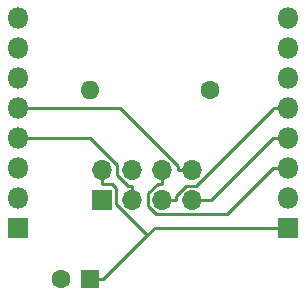
<source format=gbl>
G04 #@! TF.GenerationSoftware,KiCad,Pcbnew,5.0.2+dfsg1-1~bpo9+1*
G04 #@! TF.CreationDate,2020-08-18T09:09:54+01:00*
G04 #@! TF.ProjectId,d1-nrf24l01-shield,64312d6e-7266-4323-946c-30312d736869,rev?*
G04 #@! TF.SameCoordinates,Original*
G04 #@! TF.FileFunction,Copper,L2,Bot*
G04 #@! TF.FilePolarity,Positive*
%FSLAX46Y46*%
G04 Gerber Fmt 4.6, Leading zero omitted, Abs format (unit mm)*
G04 Created by KiCad (PCBNEW 5.0.2+dfsg1-1~bpo9+1) date Tue 18 Aug 2020 09:09:54 IST*
%MOMM*%
%LPD*%
G01*
G04 APERTURE LIST*
G04 #@! TA.AperFunction,ComponentPad*
%ADD10R,1.600000X1.600000*%
G04 #@! TD*
G04 #@! TA.AperFunction,ComponentPad*
%ADD11C,1.600000*%
G04 #@! TD*
G04 #@! TA.AperFunction,ComponentPad*
%ADD12R,1.700000X1.700000*%
G04 #@! TD*
G04 #@! TA.AperFunction,ComponentPad*
%ADD13O,1.700000X1.700000*%
G04 #@! TD*
G04 #@! TA.AperFunction,ComponentPad*
%ADD14O,1.600000X1.600000*%
G04 #@! TD*
G04 #@! TA.AperFunction,ComponentPad*
%ADD15R,1.800000X1.800000*%
G04 #@! TD*
G04 #@! TA.AperFunction,ComponentPad*
%ADD16O,1.800000X1.800000*%
G04 #@! TD*
G04 #@! TA.AperFunction,Conductor*
%ADD17C,0.250000*%
G04 #@! TD*
G04 APERTURE END LIST*
D10*
G04 #@! TO.P,C1,1*
G04 #@! TO.N,/+3V3*
X133604000Y-108331000D03*
D11*
G04 #@! TO.P,C1,2*
G04 #@! TO.N,GND*
X131104000Y-108331000D03*
G04 #@! TD*
D12*
G04 #@! TO.P,J1,1*
G04 #@! TO.N,GND*
X134620000Y-101600000D03*
D13*
G04 #@! TO.P,J1,2*
G04 #@! TO.N,/+3V3*
X134620000Y-99060000D03*
G04 #@! TO.P,J1,3*
G04 #@! TO.N,/D3*
X137160000Y-101600000D03*
G04 #@! TO.P,J1,4*
G04 #@! TO.N,/D8*
X137160000Y-99060000D03*
G04 #@! TO.P,J1,5*
G04 #@! TO.N,/D5*
X139700000Y-101600000D03*
G04 #@! TO.P,J1,6*
G04 #@! TO.N,/D7*
X139700000Y-99060000D03*
G04 #@! TO.P,J1,7*
G04 #@! TO.N,/D6*
X142240000Y-101600000D03*
G04 #@! TO.P,J1,8*
G04 #@! TO.N,/D2*
X142240000Y-99060000D03*
G04 #@! TD*
D11*
G04 #@! TO.P,R1,1*
G04 #@! TO.N,/D8*
X143764000Y-92329000D03*
D14*
G04 #@! TO.P,R1,2*
G04 #@! TO.N,GND*
X133604000Y-92329000D03*
G04 #@! TD*
D15*
G04 #@! TO.P,P1,1*
G04 #@! TO.N,/+5V*
X127490000Y-103950000D03*
D16*
G04 #@! TO.P,P1,2*
G04 #@! TO.N,GND*
X127490000Y-101410000D03*
G04 #@! TO.P,P1,3*
G04 #@! TO.N,/D4*
X127490000Y-98870000D03*
G04 #@! TO.P,P1,4*
G04 #@! TO.N,/D3*
X127490000Y-96330000D03*
G04 #@! TO.P,P1,5*
G04 #@! TO.N,/D2*
X127490000Y-93790000D03*
G04 #@! TO.P,P1,6*
G04 #@! TO.N,/D1*
X127490000Y-91250000D03*
G04 #@! TO.P,P1,7*
G04 #@! TO.N,/RX*
X127490000Y-88710000D03*
G04 #@! TO.P,P1,8*
G04 #@! TO.N,/TX*
X127490000Y-86170000D03*
G04 #@! TD*
D15*
G04 #@! TO.P,P2,1*
G04 #@! TO.N,/+3V3*
X150350000Y-103950000D03*
D16*
G04 #@! TO.P,P2,2*
G04 #@! TO.N,/D8*
X150350000Y-101410000D03*
G04 #@! TO.P,P2,3*
G04 #@! TO.N,/D7*
X150350000Y-98870000D03*
G04 #@! TO.P,P2,4*
G04 #@! TO.N,/D6*
X150350000Y-96330000D03*
G04 #@! TO.P,P2,5*
G04 #@! TO.N,/D5*
X150350000Y-93790000D03*
G04 #@! TO.P,P2,6*
G04 #@! TO.N,/D0*
X150350000Y-91250000D03*
G04 #@! TO.P,P2,7*
G04 #@! TO.N,/A0*
X150350000Y-88710000D03*
G04 #@! TO.P,P2,8*
G04 #@! TO.N,/RST*
X150350000Y-86170000D03*
G04 #@! TD*
D17*
G04 #@! TO.N,/D3*
X137160000Y-101600000D02*
X137160000Y-100424700D01*
X127490000Y-96330000D02*
X133580800Y-96330000D01*
X133580800Y-96330000D02*
X135890000Y-98639200D01*
X135890000Y-98639200D02*
X135890000Y-99474600D01*
X135890000Y-99474600D02*
X136840100Y-100424700D01*
X136840100Y-100424700D02*
X137160000Y-100424700D01*
G04 #@! TO.N,/D2*
X142240000Y-99060000D02*
X141064700Y-99060000D01*
X127490000Y-93790000D02*
X136162000Y-93790000D01*
X136162000Y-93790000D02*
X141064700Y-98692700D01*
X141064700Y-98692700D02*
X141064700Y-99060000D01*
G04 #@! TO.N,/D7*
X139700000Y-99060000D02*
X139700000Y-100235300D01*
X150350000Y-98870000D02*
X149124700Y-98870000D01*
X149124700Y-98870000D02*
X145197200Y-102797500D01*
X145197200Y-102797500D02*
X139206600Y-102797500D01*
X139206600Y-102797500D02*
X138524700Y-102115600D01*
X138524700Y-102115600D02*
X138524700Y-101043200D01*
X138524700Y-101043200D02*
X139332600Y-100235300D01*
X139332600Y-100235300D02*
X139700000Y-100235300D01*
G04 #@! TO.N,/D6*
X150350000Y-96330000D02*
X149124700Y-96330000D01*
X149124700Y-96330000D02*
X143854700Y-101600000D01*
X143854700Y-101600000D02*
X142240000Y-101600000D01*
G04 #@! TO.N,/D5*
X139700000Y-101600000D02*
X140875300Y-101600000D01*
X150350000Y-93790000D02*
X149124700Y-93790000D01*
X149124700Y-93790000D02*
X149124700Y-93866600D01*
X149124700Y-93866600D02*
X142566600Y-100424700D01*
X142566600Y-100424700D02*
X141683200Y-100424700D01*
X141683200Y-100424700D02*
X140875300Y-101232600D01*
X140875300Y-101232600D02*
X140875300Y-101600000D01*
G04 #@! TO.N,/+3V3*
X138457100Y-104603200D02*
X134729300Y-108331000D01*
X150350000Y-103950000D02*
X139110300Y-103950000D01*
X139110300Y-103950000D02*
X138457100Y-104603200D01*
X134620000Y-100235300D02*
X135428100Y-100235300D01*
X135428100Y-100235300D02*
X135795300Y-100602500D01*
X135795300Y-100602500D02*
X135795300Y-101941400D01*
X135795300Y-101941400D02*
X138457100Y-104603200D01*
X134620000Y-99060000D02*
X134620000Y-100235300D01*
X133604000Y-108331000D02*
X134729300Y-108331000D01*
G04 #@! TD*
M02*

</source>
